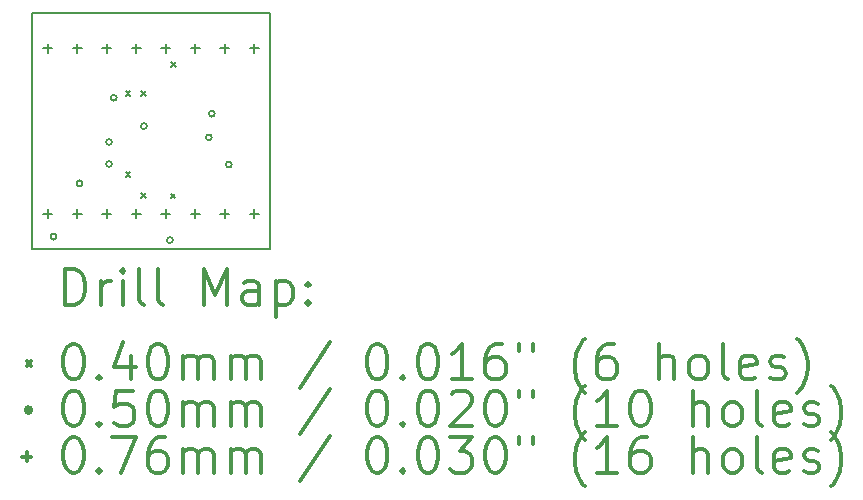
<source format=gbr>
%FSLAX45Y45*%
G04 Gerber Fmt 4.5, Leading zero omitted, Abs format (unit mm)*
G04 Created by KiCad (PCBNEW 5.1.6-c6e7f7d~87~ubuntu19.10.1) date 2020-11-02 18:57:57*
%MOMM*%
%LPD*%
G01*
G04 APERTURE LIST*
%TA.AperFunction,Profile*%
%ADD10C,0.150000*%
%TD*%
%ADD11C,0.200000*%
%ADD12C,0.300000*%
G04 APERTURE END LIST*
D10*
X6677960Y-3605340D02*
X6687960Y-3605340D01*
X6677960Y-5605340D02*
X6677960Y-3605340D01*
X6687960Y-5605340D02*
X6677960Y-5605340D01*
X8687960Y-5605340D02*
X6687960Y-5605340D01*
X8687960Y-3605340D02*
X8687960Y-5605340D01*
X6687960Y-3605340D02*
X8687960Y-3605340D01*
D11*
X7467960Y-4270340D02*
X7507960Y-4310340D01*
X7507960Y-4270340D02*
X7467960Y-4310340D01*
X7467960Y-4955340D02*
X7507960Y-4995340D01*
X7507960Y-4955340D02*
X7467960Y-4995340D01*
X7597460Y-5134930D02*
X7637460Y-5174930D01*
X7637460Y-5134930D02*
X7597460Y-5174930D01*
X7597960Y-4270340D02*
X7637960Y-4310340D01*
X7637960Y-4270340D02*
X7597960Y-4310340D01*
X7850196Y-5136206D02*
X7890196Y-5176206D01*
X7890196Y-5136206D02*
X7850196Y-5176206D01*
X7851460Y-4024950D02*
X7891460Y-4064950D01*
X7891460Y-4024950D02*
X7851460Y-4064950D01*
X6882960Y-5500340D02*
G75*
G03*
X6882960Y-5500340I-25000J0D01*
G01*
X7102960Y-5050340D02*
G75*
G03*
X7102960Y-5050340I-25000J0D01*
G01*
X7352960Y-4700340D02*
G75*
G03*
X7352960Y-4700340I-25000J0D01*
G01*
X7352960Y-4885340D02*
G75*
G03*
X7352960Y-4885340I-25000J0D01*
G01*
X7392960Y-4325340D02*
G75*
G03*
X7392960Y-4325340I-25000J0D01*
G01*
X7647960Y-4565340D02*
G75*
G03*
X7647960Y-4565340I-25000J0D01*
G01*
X7867960Y-5530340D02*
G75*
G03*
X7867960Y-5530340I-25000J0D01*
G01*
X8197960Y-4660340D02*
G75*
G03*
X8197960Y-4660340I-25000J0D01*
G01*
X8222960Y-4460340D02*
G75*
G03*
X8222960Y-4460340I-25000J0D01*
G01*
X8367960Y-4890340D02*
G75*
G03*
X8367960Y-4890340I-25000J0D01*
G01*
X6809770Y-3866920D02*
X6809770Y-3943120D01*
X6771670Y-3905020D02*
X6847870Y-3905020D01*
X6809770Y-5266920D02*
X6809770Y-5343120D01*
X6771670Y-5305020D02*
X6847870Y-5305020D01*
X7059770Y-3866920D02*
X7059770Y-3943120D01*
X7021670Y-3905020D02*
X7097870Y-3905020D01*
X7059770Y-5266920D02*
X7059770Y-5343120D01*
X7021670Y-5305020D02*
X7097870Y-5305020D01*
X7309770Y-3866920D02*
X7309770Y-3943120D01*
X7271670Y-3905020D02*
X7347870Y-3905020D01*
X7309770Y-5266920D02*
X7309770Y-5343120D01*
X7271670Y-5305020D02*
X7347870Y-5305020D01*
X7559770Y-3866920D02*
X7559770Y-3943120D01*
X7521670Y-3905020D02*
X7597870Y-3905020D01*
X7559770Y-5266920D02*
X7559770Y-5343120D01*
X7521670Y-5305020D02*
X7597870Y-5305020D01*
X7809770Y-3866920D02*
X7809770Y-3943120D01*
X7771670Y-3905020D02*
X7847870Y-3905020D01*
X7809770Y-5266920D02*
X7809770Y-5343120D01*
X7771670Y-5305020D02*
X7847870Y-5305020D01*
X8059770Y-3866920D02*
X8059770Y-3943120D01*
X8021670Y-3905020D02*
X8097870Y-3905020D01*
X8059770Y-5266920D02*
X8059770Y-5343120D01*
X8021670Y-5305020D02*
X8097870Y-5305020D01*
X8309770Y-3866920D02*
X8309770Y-3943120D01*
X8271670Y-3905020D02*
X8347870Y-3905020D01*
X8309770Y-5266920D02*
X8309770Y-5343120D01*
X8271670Y-5305020D02*
X8347870Y-5305020D01*
X8559770Y-3866920D02*
X8559770Y-3943120D01*
X8521670Y-3905020D02*
X8597870Y-3905020D01*
X8559770Y-5266920D02*
X8559770Y-5343120D01*
X8521670Y-5305020D02*
X8597870Y-5305020D01*
D12*
X6956888Y-6078554D02*
X6956888Y-5778554D01*
X7028317Y-5778554D01*
X7071174Y-5792840D01*
X7099746Y-5821411D01*
X7114031Y-5849983D01*
X7128317Y-5907126D01*
X7128317Y-5949983D01*
X7114031Y-6007126D01*
X7099746Y-6035697D01*
X7071174Y-6064269D01*
X7028317Y-6078554D01*
X6956888Y-6078554D01*
X7256888Y-6078554D02*
X7256888Y-5878554D01*
X7256888Y-5935697D02*
X7271174Y-5907126D01*
X7285460Y-5892840D01*
X7314031Y-5878554D01*
X7342603Y-5878554D01*
X7442603Y-6078554D02*
X7442603Y-5878554D01*
X7442603Y-5778554D02*
X7428317Y-5792840D01*
X7442603Y-5807126D01*
X7456888Y-5792840D01*
X7442603Y-5778554D01*
X7442603Y-5807126D01*
X7628317Y-6078554D02*
X7599746Y-6064269D01*
X7585460Y-6035697D01*
X7585460Y-5778554D01*
X7785460Y-6078554D02*
X7756888Y-6064269D01*
X7742603Y-6035697D01*
X7742603Y-5778554D01*
X8128317Y-6078554D02*
X8128317Y-5778554D01*
X8228317Y-5992840D01*
X8328317Y-5778554D01*
X8328317Y-6078554D01*
X8599746Y-6078554D02*
X8599746Y-5921411D01*
X8585460Y-5892840D01*
X8556888Y-5878554D01*
X8499746Y-5878554D01*
X8471174Y-5892840D01*
X8599746Y-6064269D02*
X8571174Y-6078554D01*
X8499746Y-6078554D01*
X8471174Y-6064269D01*
X8456888Y-6035697D01*
X8456888Y-6007126D01*
X8471174Y-5978554D01*
X8499746Y-5964269D01*
X8571174Y-5964269D01*
X8599746Y-5949983D01*
X8742603Y-5878554D02*
X8742603Y-6178554D01*
X8742603Y-5892840D02*
X8771174Y-5878554D01*
X8828317Y-5878554D01*
X8856888Y-5892840D01*
X8871174Y-5907126D01*
X8885460Y-5935697D01*
X8885460Y-6021411D01*
X8871174Y-6049983D01*
X8856888Y-6064269D01*
X8828317Y-6078554D01*
X8771174Y-6078554D01*
X8742603Y-6064269D01*
X9014031Y-6049983D02*
X9028317Y-6064269D01*
X9014031Y-6078554D01*
X8999746Y-6064269D01*
X9014031Y-6049983D01*
X9014031Y-6078554D01*
X9014031Y-5892840D02*
X9028317Y-5907126D01*
X9014031Y-5921411D01*
X8999746Y-5907126D01*
X9014031Y-5892840D01*
X9014031Y-5921411D01*
X6630460Y-6552840D02*
X6670460Y-6592840D01*
X6670460Y-6552840D02*
X6630460Y-6592840D01*
X7014031Y-6408554D02*
X7042603Y-6408554D01*
X7071174Y-6422840D01*
X7085460Y-6437126D01*
X7099746Y-6465697D01*
X7114031Y-6522840D01*
X7114031Y-6594269D01*
X7099746Y-6651411D01*
X7085460Y-6679983D01*
X7071174Y-6694269D01*
X7042603Y-6708554D01*
X7014031Y-6708554D01*
X6985460Y-6694269D01*
X6971174Y-6679983D01*
X6956888Y-6651411D01*
X6942603Y-6594269D01*
X6942603Y-6522840D01*
X6956888Y-6465697D01*
X6971174Y-6437126D01*
X6985460Y-6422840D01*
X7014031Y-6408554D01*
X7242603Y-6679983D02*
X7256888Y-6694269D01*
X7242603Y-6708554D01*
X7228317Y-6694269D01*
X7242603Y-6679983D01*
X7242603Y-6708554D01*
X7514031Y-6508554D02*
X7514031Y-6708554D01*
X7442603Y-6394269D02*
X7371174Y-6608554D01*
X7556888Y-6608554D01*
X7728317Y-6408554D02*
X7756888Y-6408554D01*
X7785460Y-6422840D01*
X7799746Y-6437126D01*
X7814031Y-6465697D01*
X7828317Y-6522840D01*
X7828317Y-6594269D01*
X7814031Y-6651411D01*
X7799746Y-6679983D01*
X7785460Y-6694269D01*
X7756888Y-6708554D01*
X7728317Y-6708554D01*
X7699746Y-6694269D01*
X7685460Y-6679983D01*
X7671174Y-6651411D01*
X7656888Y-6594269D01*
X7656888Y-6522840D01*
X7671174Y-6465697D01*
X7685460Y-6437126D01*
X7699746Y-6422840D01*
X7728317Y-6408554D01*
X7956888Y-6708554D02*
X7956888Y-6508554D01*
X7956888Y-6537126D02*
X7971174Y-6522840D01*
X7999746Y-6508554D01*
X8042603Y-6508554D01*
X8071174Y-6522840D01*
X8085460Y-6551411D01*
X8085460Y-6708554D01*
X8085460Y-6551411D02*
X8099746Y-6522840D01*
X8128317Y-6508554D01*
X8171174Y-6508554D01*
X8199746Y-6522840D01*
X8214031Y-6551411D01*
X8214031Y-6708554D01*
X8356888Y-6708554D02*
X8356888Y-6508554D01*
X8356888Y-6537126D02*
X8371174Y-6522840D01*
X8399746Y-6508554D01*
X8442603Y-6508554D01*
X8471174Y-6522840D01*
X8485460Y-6551411D01*
X8485460Y-6708554D01*
X8485460Y-6551411D02*
X8499746Y-6522840D01*
X8528317Y-6508554D01*
X8571174Y-6508554D01*
X8599746Y-6522840D01*
X8614031Y-6551411D01*
X8614031Y-6708554D01*
X9199746Y-6394269D02*
X8942603Y-6779983D01*
X9585460Y-6408554D02*
X9614031Y-6408554D01*
X9642603Y-6422840D01*
X9656888Y-6437126D01*
X9671174Y-6465697D01*
X9685460Y-6522840D01*
X9685460Y-6594269D01*
X9671174Y-6651411D01*
X9656888Y-6679983D01*
X9642603Y-6694269D01*
X9614031Y-6708554D01*
X9585460Y-6708554D01*
X9556888Y-6694269D01*
X9542603Y-6679983D01*
X9528317Y-6651411D01*
X9514031Y-6594269D01*
X9514031Y-6522840D01*
X9528317Y-6465697D01*
X9542603Y-6437126D01*
X9556888Y-6422840D01*
X9585460Y-6408554D01*
X9814031Y-6679983D02*
X9828317Y-6694269D01*
X9814031Y-6708554D01*
X9799746Y-6694269D01*
X9814031Y-6679983D01*
X9814031Y-6708554D01*
X10014031Y-6408554D02*
X10042603Y-6408554D01*
X10071174Y-6422840D01*
X10085460Y-6437126D01*
X10099746Y-6465697D01*
X10114031Y-6522840D01*
X10114031Y-6594269D01*
X10099746Y-6651411D01*
X10085460Y-6679983D01*
X10071174Y-6694269D01*
X10042603Y-6708554D01*
X10014031Y-6708554D01*
X9985460Y-6694269D01*
X9971174Y-6679983D01*
X9956888Y-6651411D01*
X9942603Y-6594269D01*
X9942603Y-6522840D01*
X9956888Y-6465697D01*
X9971174Y-6437126D01*
X9985460Y-6422840D01*
X10014031Y-6408554D01*
X10399746Y-6708554D02*
X10228317Y-6708554D01*
X10314031Y-6708554D02*
X10314031Y-6408554D01*
X10285460Y-6451411D01*
X10256888Y-6479983D01*
X10228317Y-6494269D01*
X10656888Y-6408554D02*
X10599746Y-6408554D01*
X10571174Y-6422840D01*
X10556888Y-6437126D01*
X10528317Y-6479983D01*
X10514031Y-6537126D01*
X10514031Y-6651411D01*
X10528317Y-6679983D01*
X10542603Y-6694269D01*
X10571174Y-6708554D01*
X10628317Y-6708554D01*
X10656888Y-6694269D01*
X10671174Y-6679983D01*
X10685460Y-6651411D01*
X10685460Y-6579983D01*
X10671174Y-6551411D01*
X10656888Y-6537126D01*
X10628317Y-6522840D01*
X10571174Y-6522840D01*
X10542603Y-6537126D01*
X10528317Y-6551411D01*
X10514031Y-6579983D01*
X10799746Y-6408554D02*
X10799746Y-6465697D01*
X10914031Y-6408554D02*
X10914031Y-6465697D01*
X11356888Y-6822840D02*
X11342603Y-6808554D01*
X11314031Y-6765697D01*
X11299746Y-6737126D01*
X11285460Y-6694269D01*
X11271174Y-6622840D01*
X11271174Y-6565697D01*
X11285460Y-6494269D01*
X11299746Y-6451411D01*
X11314031Y-6422840D01*
X11342603Y-6379983D01*
X11356888Y-6365697D01*
X11599746Y-6408554D02*
X11542603Y-6408554D01*
X11514031Y-6422840D01*
X11499746Y-6437126D01*
X11471174Y-6479983D01*
X11456888Y-6537126D01*
X11456888Y-6651411D01*
X11471174Y-6679983D01*
X11485460Y-6694269D01*
X11514031Y-6708554D01*
X11571174Y-6708554D01*
X11599746Y-6694269D01*
X11614031Y-6679983D01*
X11628317Y-6651411D01*
X11628317Y-6579983D01*
X11614031Y-6551411D01*
X11599746Y-6537126D01*
X11571174Y-6522840D01*
X11514031Y-6522840D01*
X11485460Y-6537126D01*
X11471174Y-6551411D01*
X11456888Y-6579983D01*
X11985460Y-6708554D02*
X11985460Y-6408554D01*
X12114031Y-6708554D02*
X12114031Y-6551411D01*
X12099746Y-6522840D01*
X12071174Y-6508554D01*
X12028317Y-6508554D01*
X11999746Y-6522840D01*
X11985460Y-6537126D01*
X12299746Y-6708554D02*
X12271174Y-6694269D01*
X12256888Y-6679983D01*
X12242603Y-6651411D01*
X12242603Y-6565697D01*
X12256888Y-6537126D01*
X12271174Y-6522840D01*
X12299746Y-6508554D01*
X12342603Y-6508554D01*
X12371174Y-6522840D01*
X12385460Y-6537126D01*
X12399746Y-6565697D01*
X12399746Y-6651411D01*
X12385460Y-6679983D01*
X12371174Y-6694269D01*
X12342603Y-6708554D01*
X12299746Y-6708554D01*
X12571174Y-6708554D02*
X12542603Y-6694269D01*
X12528317Y-6665697D01*
X12528317Y-6408554D01*
X12799746Y-6694269D02*
X12771174Y-6708554D01*
X12714031Y-6708554D01*
X12685460Y-6694269D01*
X12671174Y-6665697D01*
X12671174Y-6551411D01*
X12685460Y-6522840D01*
X12714031Y-6508554D01*
X12771174Y-6508554D01*
X12799746Y-6522840D01*
X12814031Y-6551411D01*
X12814031Y-6579983D01*
X12671174Y-6608554D01*
X12928317Y-6694269D02*
X12956888Y-6708554D01*
X13014031Y-6708554D01*
X13042603Y-6694269D01*
X13056888Y-6665697D01*
X13056888Y-6651411D01*
X13042603Y-6622840D01*
X13014031Y-6608554D01*
X12971174Y-6608554D01*
X12942603Y-6594269D01*
X12928317Y-6565697D01*
X12928317Y-6551411D01*
X12942603Y-6522840D01*
X12971174Y-6508554D01*
X13014031Y-6508554D01*
X13042603Y-6522840D01*
X13156888Y-6822840D02*
X13171174Y-6808554D01*
X13199746Y-6765697D01*
X13214031Y-6737126D01*
X13228317Y-6694269D01*
X13242603Y-6622840D01*
X13242603Y-6565697D01*
X13228317Y-6494269D01*
X13214031Y-6451411D01*
X13199746Y-6422840D01*
X13171174Y-6379983D01*
X13156888Y-6365697D01*
X6670460Y-6968840D02*
G75*
G03*
X6670460Y-6968840I-25000J0D01*
G01*
X7014031Y-6804554D02*
X7042603Y-6804554D01*
X7071174Y-6818840D01*
X7085460Y-6833126D01*
X7099746Y-6861697D01*
X7114031Y-6918840D01*
X7114031Y-6990269D01*
X7099746Y-7047411D01*
X7085460Y-7075983D01*
X7071174Y-7090269D01*
X7042603Y-7104554D01*
X7014031Y-7104554D01*
X6985460Y-7090269D01*
X6971174Y-7075983D01*
X6956888Y-7047411D01*
X6942603Y-6990269D01*
X6942603Y-6918840D01*
X6956888Y-6861697D01*
X6971174Y-6833126D01*
X6985460Y-6818840D01*
X7014031Y-6804554D01*
X7242603Y-7075983D02*
X7256888Y-7090269D01*
X7242603Y-7104554D01*
X7228317Y-7090269D01*
X7242603Y-7075983D01*
X7242603Y-7104554D01*
X7528317Y-6804554D02*
X7385460Y-6804554D01*
X7371174Y-6947411D01*
X7385460Y-6933126D01*
X7414031Y-6918840D01*
X7485460Y-6918840D01*
X7514031Y-6933126D01*
X7528317Y-6947411D01*
X7542603Y-6975983D01*
X7542603Y-7047411D01*
X7528317Y-7075983D01*
X7514031Y-7090269D01*
X7485460Y-7104554D01*
X7414031Y-7104554D01*
X7385460Y-7090269D01*
X7371174Y-7075983D01*
X7728317Y-6804554D02*
X7756888Y-6804554D01*
X7785460Y-6818840D01*
X7799746Y-6833126D01*
X7814031Y-6861697D01*
X7828317Y-6918840D01*
X7828317Y-6990269D01*
X7814031Y-7047411D01*
X7799746Y-7075983D01*
X7785460Y-7090269D01*
X7756888Y-7104554D01*
X7728317Y-7104554D01*
X7699746Y-7090269D01*
X7685460Y-7075983D01*
X7671174Y-7047411D01*
X7656888Y-6990269D01*
X7656888Y-6918840D01*
X7671174Y-6861697D01*
X7685460Y-6833126D01*
X7699746Y-6818840D01*
X7728317Y-6804554D01*
X7956888Y-7104554D02*
X7956888Y-6904554D01*
X7956888Y-6933126D02*
X7971174Y-6918840D01*
X7999746Y-6904554D01*
X8042603Y-6904554D01*
X8071174Y-6918840D01*
X8085460Y-6947411D01*
X8085460Y-7104554D01*
X8085460Y-6947411D02*
X8099746Y-6918840D01*
X8128317Y-6904554D01*
X8171174Y-6904554D01*
X8199746Y-6918840D01*
X8214031Y-6947411D01*
X8214031Y-7104554D01*
X8356888Y-7104554D02*
X8356888Y-6904554D01*
X8356888Y-6933126D02*
X8371174Y-6918840D01*
X8399746Y-6904554D01*
X8442603Y-6904554D01*
X8471174Y-6918840D01*
X8485460Y-6947411D01*
X8485460Y-7104554D01*
X8485460Y-6947411D02*
X8499746Y-6918840D01*
X8528317Y-6904554D01*
X8571174Y-6904554D01*
X8599746Y-6918840D01*
X8614031Y-6947411D01*
X8614031Y-7104554D01*
X9199746Y-6790269D02*
X8942603Y-7175983D01*
X9585460Y-6804554D02*
X9614031Y-6804554D01*
X9642603Y-6818840D01*
X9656888Y-6833126D01*
X9671174Y-6861697D01*
X9685460Y-6918840D01*
X9685460Y-6990269D01*
X9671174Y-7047411D01*
X9656888Y-7075983D01*
X9642603Y-7090269D01*
X9614031Y-7104554D01*
X9585460Y-7104554D01*
X9556888Y-7090269D01*
X9542603Y-7075983D01*
X9528317Y-7047411D01*
X9514031Y-6990269D01*
X9514031Y-6918840D01*
X9528317Y-6861697D01*
X9542603Y-6833126D01*
X9556888Y-6818840D01*
X9585460Y-6804554D01*
X9814031Y-7075983D02*
X9828317Y-7090269D01*
X9814031Y-7104554D01*
X9799746Y-7090269D01*
X9814031Y-7075983D01*
X9814031Y-7104554D01*
X10014031Y-6804554D02*
X10042603Y-6804554D01*
X10071174Y-6818840D01*
X10085460Y-6833126D01*
X10099746Y-6861697D01*
X10114031Y-6918840D01*
X10114031Y-6990269D01*
X10099746Y-7047411D01*
X10085460Y-7075983D01*
X10071174Y-7090269D01*
X10042603Y-7104554D01*
X10014031Y-7104554D01*
X9985460Y-7090269D01*
X9971174Y-7075983D01*
X9956888Y-7047411D01*
X9942603Y-6990269D01*
X9942603Y-6918840D01*
X9956888Y-6861697D01*
X9971174Y-6833126D01*
X9985460Y-6818840D01*
X10014031Y-6804554D01*
X10228317Y-6833126D02*
X10242603Y-6818840D01*
X10271174Y-6804554D01*
X10342603Y-6804554D01*
X10371174Y-6818840D01*
X10385460Y-6833126D01*
X10399746Y-6861697D01*
X10399746Y-6890269D01*
X10385460Y-6933126D01*
X10214031Y-7104554D01*
X10399746Y-7104554D01*
X10585460Y-6804554D02*
X10614031Y-6804554D01*
X10642603Y-6818840D01*
X10656888Y-6833126D01*
X10671174Y-6861697D01*
X10685460Y-6918840D01*
X10685460Y-6990269D01*
X10671174Y-7047411D01*
X10656888Y-7075983D01*
X10642603Y-7090269D01*
X10614031Y-7104554D01*
X10585460Y-7104554D01*
X10556888Y-7090269D01*
X10542603Y-7075983D01*
X10528317Y-7047411D01*
X10514031Y-6990269D01*
X10514031Y-6918840D01*
X10528317Y-6861697D01*
X10542603Y-6833126D01*
X10556888Y-6818840D01*
X10585460Y-6804554D01*
X10799746Y-6804554D02*
X10799746Y-6861697D01*
X10914031Y-6804554D02*
X10914031Y-6861697D01*
X11356888Y-7218840D02*
X11342603Y-7204554D01*
X11314031Y-7161697D01*
X11299746Y-7133126D01*
X11285460Y-7090269D01*
X11271174Y-7018840D01*
X11271174Y-6961697D01*
X11285460Y-6890269D01*
X11299746Y-6847411D01*
X11314031Y-6818840D01*
X11342603Y-6775983D01*
X11356888Y-6761697D01*
X11628317Y-7104554D02*
X11456888Y-7104554D01*
X11542603Y-7104554D02*
X11542603Y-6804554D01*
X11514031Y-6847411D01*
X11485460Y-6875983D01*
X11456888Y-6890269D01*
X11814031Y-6804554D02*
X11842603Y-6804554D01*
X11871174Y-6818840D01*
X11885460Y-6833126D01*
X11899746Y-6861697D01*
X11914031Y-6918840D01*
X11914031Y-6990269D01*
X11899746Y-7047411D01*
X11885460Y-7075983D01*
X11871174Y-7090269D01*
X11842603Y-7104554D01*
X11814031Y-7104554D01*
X11785460Y-7090269D01*
X11771174Y-7075983D01*
X11756888Y-7047411D01*
X11742603Y-6990269D01*
X11742603Y-6918840D01*
X11756888Y-6861697D01*
X11771174Y-6833126D01*
X11785460Y-6818840D01*
X11814031Y-6804554D01*
X12271174Y-7104554D02*
X12271174Y-6804554D01*
X12399746Y-7104554D02*
X12399746Y-6947411D01*
X12385460Y-6918840D01*
X12356888Y-6904554D01*
X12314031Y-6904554D01*
X12285460Y-6918840D01*
X12271174Y-6933126D01*
X12585460Y-7104554D02*
X12556888Y-7090269D01*
X12542603Y-7075983D01*
X12528317Y-7047411D01*
X12528317Y-6961697D01*
X12542603Y-6933126D01*
X12556888Y-6918840D01*
X12585460Y-6904554D01*
X12628317Y-6904554D01*
X12656888Y-6918840D01*
X12671174Y-6933126D01*
X12685460Y-6961697D01*
X12685460Y-7047411D01*
X12671174Y-7075983D01*
X12656888Y-7090269D01*
X12628317Y-7104554D01*
X12585460Y-7104554D01*
X12856888Y-7104554D02*
X12828317Y-7090269D01*
X12814031Y-7061697D01*
X12814031Y-6804554D01*
X13085460Y-7090269D02*
X13056888Y-7104554D01*
X12999746Y-7104554D01*
X12971174Y-7090269D01*
X12956888Y-7061697D01*
X12956888Y-6947411D01*
X12971174Y-6918840D01*
X12999746Y-6904554D01*
X13056888Y-6904554D01*
X13085460Y-6918840D01*
X13099746Y-6947411D01*
X13099746Y-6975983D01*
X12956888Y-7004554D01*
X13214031Y-7090269D02*
X13242603Y-7104554D01*
X13299746Y-7104554D01*
X13328317Y-7090269D01*
X13342603Y-7061697D01*
X13342603Y-7047411D01*
X13328317Y-7018840D01*
X13299746Y-7004554D01*
X13256888Y-7004554D01*
X13228317Y-6990269D01*
X13214031Y-6961697D01*
X13214031Y-6947411D01*
X13228317Y-6918840D01*
X13256888Y-6904554D01*
X13299746Y-6904554D01*
X13328317Y-6918840D01*
X13442603Y-7218840D02*
X13456888Y-7204554D01*
X13485460Y-7161697D01*
X13499746Y-7133126D01*
X13514031Y-7090269D01*
X13528317Y-7018840D01*
X13528317Y-6961697D01*
X13514031Y-6890269D01*
X13499746Y-6847411D01*
X13485460Y-6818840D01*
X13456888Y-6775983D01*
X13442603Y-6761697D01*
X6632360Y-7326740D02*
X6632360Y-7402940D01*
X6594260Y-7364840D02*
X6670460Y-7364840D01*
X7014031Y-7200554D02*
X7042603Y-7200554D01*
X7071174Y-7214840D01*
X7085460Y-7229126D01*
X7099746Y-7257697D01*
X7114031Y-7314840D01*
X7114031Y-7386269D01*
X7099746Y-7443411D01*
X7085460Y-7471983D01*
X7071174Y-7486269D01*
X7042603Y-7500554D01*
X7014031Y-7500554D01*
X6985460Y-7486269D01*
X6971174Y-7471983D01*
X6956888Y-7443411D01*
X6942603Y-7386269D01*
X6942603Y-7314840D01*
X6956888Y-7257697D01*
X6971174Y-7229126D01*
X6985460Y-7214840D01*
X7014031Y-7200554D01*
X7242603Y-7471983D02*
X7256888Y-7486269D01*
X7242603Y-7500554D01*
X7228317Y-7486269D01*
X7242603Y-7471983D01*
X7242603Y-7500554D01*
X7356888Y-7200554D02*
X7556888Y-7200554D01*
X7428317Y-7500554D01*
X7799746Y-7200554D02*
X7742603Y-7200554D01*
X7714031Y-7214840D01*
X7699746Y-7229126D01*
X7671174Y-7271983D01*
X7656888Y-7329126D01*
X7656888Y-7443411D01*
X7671174Y-7471983D01*
X7685460Y-7486269D01*
X7714031Y-7500554D01*
X7771174Y-7500554D01*
X7799746Y-7486269D01*
X7814031Y-7471983D01*
X7828317Y-7443411D01*
X7828317Y-7371983D01*
X7814031Y-7343411D01*
X7799746Y-7329126D01*
X7771174Y-7314840D01*
X7714031Y-7314840D01*
X7685460Y-7329126D01*
X7671174Y-7343411D01*
X7656888Y-7371983D01*
X7956888Y-7500554D02*
X7956888Y-7300554D01*
X7956888Y-7329126D02*
X7971174Y-7314840D01*
X7999746Y-7300554D01*
X8042603Y-7300554D01*
X8071174Y-7314840D01*
X8085460Y-7343411D01*
X8085460Y-7500554D01*
X8085460Y-7343411D02*
X8099746Y-7314840D01*
X8128317Y-7300554D01*
X8171174Y-7300554D01*
X8199746Y-7314840D01*
X8214031Y-7343411D01*
X8214031Y-7500554D01*
X8356888Y-7500554D02*
X8356888Y-7300554D01*
X8356888Y-7329126D02*
X8371174Y-7314840D01*
X8399746Y-7300554D01*
X8442603Y-7300554D01*
X8471174Y-7314840D01*
X8485460Y-7343411D01*
X8485460Y-7500554D01*
X8485460Y-7343411D02*
X8499746Y-7314840D01*
X8528317Y-7300554D01*
X8571174Y-7300554D01*
X8599746Y-7314840D01*
X8614031Y-7343411D01*
X8614031Y-7500554D01*
X9199746Y-7186269D02*
X8942603Y-7571983D01*
X9585460Y-7200554D02*
X9614031Y-7200554D01*
X9642603Y-7214840D01*
X9656888Y-7229126D01*
X9671174Y-7257697D01*
X9685460Y-7314840D01*
X9685460Y-7386269D01*
X9671174Y-7443411D01*
X9656888Y-7471983D01*
X9642603Y-7486269D01*
X9614031Y-7500554D01*
X9585460Y-7500554D01*
X9556888Y-7486269D01*
X9542603Y-7471983D01*
X9528317Y-7443411D01*
X9514031Y-7386269D01*
X9514031Y-7314840D01*
X9528317Y-7257697D01*
X9542603Y-7229126D01*
X9556888Y-7214840D01*
X9585460Y-7200554D01*
X9814031Y-7471983D02*
X9828317Y-7486269D01*
X9814031Y-7500554D01*
X9799746Y-7486269D01*
X9814031Y-7471983D01*
X9814031Y-7500554D01*
X10014031Y-7200554D02*
X10042603Y-7200554D01*
X10071174Y-7214840D01*
X10085460Y-7229126D01*
X10099746Y-7257697D01*
X10114031Y-7314840D01*
X10114031Y-7386269D01*
X10099746Y-7443411D01*
X10085460Y-7471983D01*
X10071174Y-7486269D01*
X10042603Y-7500554D01*
X10014031Y-7500554D01*
X9985460Y-7486269D01*
X9971174Y-7471983D01*
X9956888Y-7443411D01*
X9942603Y-7386269D01*
X9942603Y-7314840D01*
X9956888Y-7257697D01*
X9971174Y-7229126D01*
X9985460Y-7214840D01*
X10014031Y-7200554D01*
X10214031Y-7200554D02*
X10399746Y-7200554D01*
X10299746Y-7314840D01*
X10342603Y-7314840D01*
X10371174Y-7329126D01*
X10385460Y-7343411D01*
X10399746Y-7371983D01*
X10399746Y-7443411D01*
X10385460Y-7471983D01*
X10371174Y-7486269D01*
X10342603Y-7500554D01*
X10256888Y-7500554D01*
X10228317Y-7486269D01*
X10214031Y-7471983D01*
X10585460Y-7200554D02*
X10614031Y-7200554D01*
X10642603Y-7214840D01*
X10656888Y-7229126D01*
X10671174Y-7257697D01*
X10685460Y-7314840D01*
X10685460Y-7386269D01*
X10671174Y-7443411D01*
X10656888Y-7471983D01*
X10642603Y-7486269D01*
X10614031Y-7500554D01*
X10585460Y-7500554D01*
X10556888Y-7486269D01*
X10542603Y-7471983D01*
X10528317Y-7443411D01*
X10514031Y-7386269D01*
X10514031Y-7314840D01*
X10528317Y-7257697D01*
X10542603Y-7229126D01*
X10556888Y-7214840D01*
X10585460Y-7200554D01*
X10799746Y-7200554D02*
X10799746Y-7257697D01*
X10914031Y-7200554D02*
X10914031Y-7257697D01*
X11356888Y-7614840D02*
X11342603Y-7600554D01*
X11314031Y-7557697D01*
X11299746Y-7529126D01*
X11285460Y-7486269D01*
X11271174Y-7414840D01*
X11271174Y-7357697D01*
X11285460Y-7286269D01*
X11299746Y-7243411D01*
X11314031Y-7214840D01*
X11342603Y-7171983D01*
X11356888Y-7157697D01*
X11628317Y-7500554D02*
X11456888Y-7500554D01*
X11542603Y-7500554D02*
X11542603Y-7200554D01*
X11514031Y-7243411D01*
X11485460Y-7271983D01*
X11456888Y-7286269D01*
X11885460Y-7200554D02*
X11828317Y-7200554D01*
X11799746Y-7214840D01*
X11785460Y-7229126D01*
X11756888Y-7271983D01*
X11742603Y-7329126D01*
X11742603Y-7443411D01*
X11756888Y-7471983D01*
X11771174Y-7486269D01*
X11799746Y-7500554D01*
X11856888Y-7500554D01*
X11885460Y-7486269D01*
X11899746Y-7471983D01*
X11914031Y-7443411D01*
X11914031Y-7371983D01*
X11899746Y-7343411D01*
X11885460Y-7329126D01*
X11856888Y-7314840D01*
X11799746Y-7314840D01*
X11771174Y-7329126D01*
X11756888Y-7343411D01*
X11742603Y-7371983D01*
X12271174Y-7500554D02*
X12271174Y-7200554D01*
X12399746Y-7500554D02*
X12399746Y-7343411D01*
X12385460Y-7314840D01*
X12356888Y-7300554D01*
X12314031Y-7300554D01*
X12285460Y-7314840D01*
X12271174Y-7329126D01*
X12585460Y-7500554D02*
X12556888Y-7486269D01*
X12542603Y-7471983D01*
X12528317Y-7443411D01*
X12528317Y-7357697D01*
X12542603Y-7329126D01*
X12556888Y-7314840D01*
X12585460Y-7300554D01*
X12628317Y-7300554D01*
X12656888Y-7314840D01*
X12671174Y-7329126D01*
X12685460Y-7357697D01*
X12685460Y-7443411D01*
X12671174Y-7471983D01*
X12656888Y-7486269D01*
X12628317Y-7500554D01*
X12585460Y-7500554D01*
X12856888Y-7500554D02*
X12828317Y-7486269D01*
X12814031Y-7457697D01*
X12814031Y-7200554D01*
X13085460Y-7486269D02*
X13056888Y-7500554D01*
X12999746Y-7500554D01*
X12971174Y-7486269D01*
X12956888Y-7457697D01*
X12956888Y-7343411D01*
X12971174Y-7314840D01*
X12999746Y-7300554D01*
X13056888Y-7300554D01*
X13085460Y-7314840D01*
X13099746Y-7343411D01*
X13099746Y-7371983D01*
X12956888Y-7400554D01*
X13214031Y-7486269D02*
X13242603Y-7500554D01*
X13299746Y-7500554D01*
X13328317Y-7486269D01*
X13342603Y-7457697D01*
X13342603Y-7443411D01*
X13328317Y-7414840D01*
X13299746Y-7400554D01*
X13256888Y-7400554D01*
X13228317Y-7386269D01*
X13214031Y-7357697D01*
X13214031Y-7343411D01*
X13228317Y-7314840D01*
X13256888Y-7300554D01*
X13299746Y-7300554D01*
X13328317Y-7314840D01*
X13442603Y-7614840D02*
X13456888Y-7600554D01*
X13485460Y-7557697D01*
X13499746Y-7529126D01*
X13514031Y-7486269D01*
X13528317Y-7414840D01*
X13528317Y-7357697D01*
X13514031Y-7286269D01*
X13499746Y-7243411D01*
X13485460Y-7214840D01*
X13456888Y-7171983D01*
X13442603Y-7157697D01*
M02*

</source>
